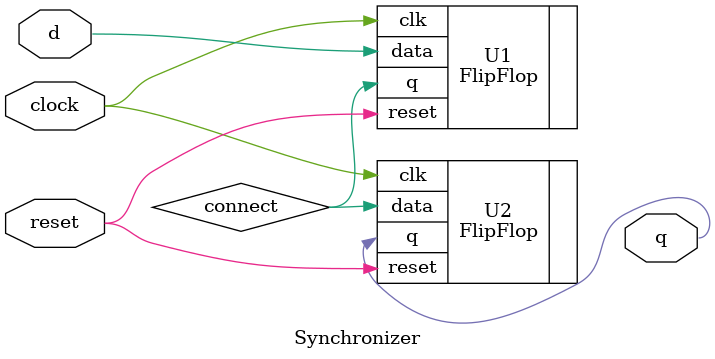
<source format=sv>
`timescale 1ns / 1ps


module Synchronizer(
input   d,
input    clock,
input   reset,
output   q
    );
    wire connect;
    
    FlipFlop U1(.data(d), .clk(clock), .reset(reset), .q(connect));
    FlipFlop U2(.data(connect), .clk(clock), .reset(reset), .q(q));
endmodule

</source>
